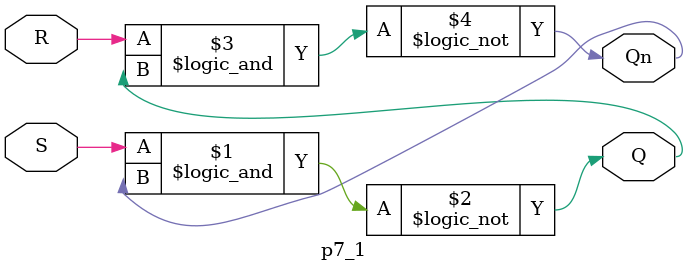
<source format=sv>
`timescale 1ns / 1ps
module p7_1 (
    input logic S,
    input logic R,
    output logic Q,
    output logic Qn
    );

//wire Q_int, Qn_int;
//logic Q_int, Qn_int;

//assign #1 Q_int = ~(S & Qn_int);
assign #1 Q = !(S && Qn);

//assign #1 Qn_int = ~(R & Q_int);
assign #1 Qn = !(R && Q);

//assign Q = Q_int;

//assign Qn = Qn_int;


endmodule
</source>
